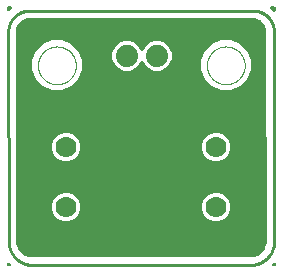
<source format=gtl>
G04 EAGLE Gerber RS-274X export*
G75*
%MOMM*%
%FSLAX34Y34*%
%LPD*%
%INTop Layer*%
%IPPOS*%
%AMOC8*
5,1,8,0,0,1.08239X$1,22.5*%
G01*
%ADD10C,0.000000*%
%ADD11C,0.254000*%
%ADD12C,1.778000*%
%ADD13C,1.879600*%
%ADD14C,0.381000*%
%ADD15C,0.756400*%

G36*
X-92179Y-98649D02*
X-92179Y-98649D01*
X92180Y-98649D01*
X92202Y-98647D01*
X92280Y-98645D01*
X94268Y-98489D01*
X94336Y-98475D01*
X94405Y-98470D01*
X94561Y-98430D01*
X98343Y-97201D01*
X98450Y-97150D01*
X98561Y-97106D01*
X98612Y-97074D01*
X98630Y-97065D01*
X98646Y-97052D01*
X98697Y-97020D01*
X101913Y-94681D01*
X101999Y-94600D01*
X102091Y-94524D01*
X102129Y-94477D01*
X102144Y-94463D01*
X102155Y-94446D01*
X102193Y-94400D01*
X104528Y-91181D01*
X104585Y-91077D01*
X104649Y-90976D01*
X104671Y-90920D01*
X104681Y-90902D01*
X104686Y-90882D01*
X104708Y-90827D01*
X105933Y-87043D01*
X105946Y-86975D01*
X105969Y-86910D01*
X105991Y-86750D01*
X106145Y-84762D01*
X106144Y-84740D01*
X106149Y-84662D01*
X106149Y-84592D01*
X105919Y92494D01*
X105918Y92494D01*
X105919Y92494D01*
X105918Y92571D01*
X105916Y92591D01*
X105912Y92695D01*
X105715Y94675D01*
X105691Y94778D01*
X105676Y94884D01*
X105648Y94964D01*
X105644Y94985D01*
X105636Y94999D01*
X105624Y95036D01*
X104104Y98693D01*
X104100Y98701D01*
X104097Y98710D01*
X104020Y98840D01*
X103946Y98970D01*
X103940Y98976D01*
X103935Y98984D01*
X103829Y99105D01*
X101026Y101903D01*
X101019Y101909D01*
X101014Y101916D01*
X100893Y102007D01*
X100775Y102098D01*
X100767Y102101D01*
X100759Y102107D01*
X100615Y102178D01*
X96955Y103692D01*
X96853Y103720D01*
X96753Y103757D01*
X96669Y103770D01*
X96648Y103776D01*
X96633Y103776D01*
X96594Y103782D01*
X94614Y103977D01*
X94594Y103977D01*
X94490Y103983D01*
X94473Y103983D01*
X92975Y103983D01*
X92974Y103983D01*
X-94951Y103983D01*
X-94972Y103981D01*
X-95050Y103979D01*
X-96641Y103854D01*
X-96709Y103840D01*
X-96778Y103836D01*
X-96934Y103796D01*
X-99959Y102812D01*
X-100067Y102761D01*
X-100177Y102718D01*
X-100229Y102685D01*
X-100247Y102676D01*
X-100263Y102664D01*
X-100313Y102631D01*
X-102886Y100760D01*
X-102973Y100679D01*
X-103064Y100603D01*
X-103103Y100556D01*
X-103118Y100542D01*
X-103129Y100525D01*
X-103167Y100479D01*
X-105035Y97904D01*
X-105092Y97800D01*
X-105156Y97699D01*
X-105178Y97643D01*
X-105188Y97625D01*
X-105193Y97605D01*
X-105215Y97550D01*
X-106195Y94523D01*
X-106208Y94455D01*
X-106230Y94389D01*
X-106253Y94230D01*
X-106376Y92639D01*
X-106375Y92617D01*
X-106380Y92540D01*
X-106151Y-83179D01*
X-106151Y-83180D01*
X-106149Y-84695D01*
X-106146Y-84716D01*
X-106145Y-84794D01*
X-105987Y-86779D01*
X-105973Y-86847D01*
X-105968Y-86916D01*
X-105928Y-87072D01*
X-104698Y-90847D01*
X-104647Y-90954D01*
X-104604Y-91064D01*
X-104571Y-91116D01*
X-104562Y-91135D01*
X-104549Y-91150D01*
X-104517Y-91200D01*
X-102181Y-94411D01*
X-102100Y-94498D01*
X-102024Y-94589D01*
X-101977Y-94628D01*
X-101963Y-94643D01*
X-101946Y-94654D01*
X-101900Y-94692D01*
X-98687Y-97024D01*
X-98583Y-97081D01*
X-98483Y-97145D01*
X-98426Y-97168D01*
X-98408Y-97177D01*
X-98389Y-97182D01*
X-98333Y-97204D01*
X-94557Y-98431D01*
X-94489Y-98444D01*
X-94424Y-98466D01*
X-94264Y-98489D01*
X-92279Y-98645D01*
X-92257Y-98644D01*
X-92179Y-98649D01*
G37*
%LPC*%
G36*
X67307Y42919D02*
X67307Y42919D01*
X59559Y46129D01*
X53629Y52059D01*
X50419Y59807D01*
X50419Y68193D01*
X53629Y75941D01*
X59559Y81871D01*
X67307Y85081D01*
X75693Y85081D01*
X83441Y81871D01*
X89371Y75941D01*
X92581Y68193D01*
X92581Y59807D01*
X89371Y52059D01*
X83441Y46129D01*
X75693Y42919D01*
X67307Y42919D01*
G37*
%LPD*%
%LPC*%
G36*
X-75693Y42919D02*
X-75693Y42919D01*
X-83441Y46129D01*
X-89371Y52059D01*
X-92581Y59807D01*
X-92581Y68193D01*
X-89371Y75941D01*
X-83441Y81871D01*
X-75693Y85081D01*
X-67307Y85081D01*
X-59559Y81871D01*
X-53629Y75941D01*
X-50419Y68193D01*
X-50419Y59807D01*
X-53629Y52059D01*
X-59559Y46129D01*
X-67307Y42919D01*
X-75693Y42919D01*
G37*
%LPD*%
%LPC*%
G36*
X-14636Y59573D02*
X-14636Y59573D01*
X-19210Y61468D01*
X-22712Y64970D01*
X-24607Y69544D01*
X-24607Y74496D01*
X-22712Y79070D01*
X-19210Y82572D01*
X-14636Y84467D01*
X-9684Y84467D01*
X-5110Y82572D01*
X-1608Y79071D01*
X-633Y76715D01*
X-564Y76595D01*
X-499Y76472D01*
X-485Y76457D01*
X-475Y76439D01*
X-379Y76339D01*
X-285Y76236D01*
X-268Y76225D01*
X-254Y76211D01*
X-135Y76138D01*
X-19Y76062D01*
X0Y76055D01*
X17Y76044D01*
X150Y76003D01*
X282Y75958D01*
X302Y75957D01*
X321Y75951D01*
X460Y75944D01*
X599Y75933D01*
X619Y75937D01*
X639Y75936D01*
X775Y75964D01*
X912Y75988D01*
X931Y75996D01*
X950Y76000D01*
X1075Y76061D01*
X1202Y76118D01*
X1218Y76131D01*
X1236Y76140D01*
X1342Y76230D01*
X1450Y76317D01*
X1463Y76333D01*
X1478Y76346D01*
X1558Y76459D01*
X1642Y76571D01*
X1654Y76596D01*
X1661Y76606D01*
X1668Y76625D01*
X1713Y76715D01*
X2688Y79070D01*
X6190Y82572D01*
X10764Y84467D01*
X15716Y84467D01*
X20290Y82572D01*
X23792Y79070D01*
X25687Y74496D01*
X25687Y69544D01*
X23792Y64970D01*
X20290Y61468D01*
X15716Y59573D01*
X10764Y59573D01*
X6190Y61468D01*
X2688Y64970D01*
X1713Y67325D01*
X1644Y67446D01*
X1579Y67568D01*
X1565Y67583D01*
X1555Y67601D01*
X1458Y67701D01*
X1365Y67804D01*
X1348Y67815D01*
X1334Y67829D01*
X1215Y67902D01*
X1099Y67978D01*
X1080Y67985D01*
X1063Y67996D01*
X930Y68037D01*
X798Y68082D01*
X778Y68083D01*
X759Y68089D01*
X620Y68096D01*
X481Y68107D01*
X461Y68103D01*
X441Y68104D01*
X305Y68076D01*
X168Y68052D01*
X149Y68044D01*
X130Y68040D01*
X5Y67979D01*
X-122Y67922D01*
X-138Y67909D01*
X-156Y67900D01*
X-262Y67810D01*
X-371Y67723D01*
X-383Y67707D01*
X-398Y67694D01*
X-479Y67580D01*
X-562Y67469D01*
X-574Y67444D01*
X-581Y67434D01*
X-589Y67415D01*
X-633Y67325D01*
X-1608Y64969D01*
X-5110Y61468D01*
X-9684Y59573D01*
X-14636Y59573D01*
G37*
%LPD*%
%LPC*%
G36*
X61125Y-67639D02*
X61125Y-67639D01*
X56737Y-65821D01*
X53379Y-62463D01*
X51561Y-58075D01*
X51561Y-53325D01*
X53379Y-48937D01*
X56737Y-45579D01*
X61125Y-43761D01*
X65875Y-43761D01*
X70263Y-45579D01*
X73621Y-48937D01*
X75439Y-53325D01*
X75439Y-58075D01*
X73621Y-62463D01*
X70263Y-65821D01*
X65875Y-67639D01*
X61125Y-67639D01*
G37*
%LPD*%
%LPC*%
G36*
X-65875Y-67639D02*
X-65875Y-67639D01*
X-70263Y-65821D01*
X-73621Y-62463D01*
X-75439Y-58075D01*
X-75439Y-53325D01*
X-73621Y-48937D01*
X-70263Y-45579D01*
X-65875Y-43761D01*
X-61125Y-43761D01*
X-56737Y-45579D01*
X-53379Y-48937D01*
X-51561Y-53325D01*
X-51561Y-58075D01*
X-53379Y-62463D01*
X-56737Y-65821D01*
X-61125Y-67639D01*
X-65875Y-67639D01*
G37*
%LPD*%
%LPC*%
G36*
X-65875Y-16839D02*
X-65875Y-16839D01*
X-70263Y-15021D01*
X-73621Y-11663D01*
X-75439Y-7275D01*
X-75439Y-2525D01*
X-73621Y1863D01*
X-70263Y5221D01*
X-65875Y7039D01*
X-61125Y7039D01*
X-56737Y5221D01*
X-53379Y1863D01*
X-51561Y-2525D01*
X-51561Y-7275D01*
X-53379Y-11663D01*
X-56737Y-15021D01*
X-61125Y-16839D01*
X-65875Y-16839D01*
G37*
%LPD*%
%LPC*%
G36*
X61125Y-16839D02*
X61125Y-16839D01*
X56737Y-15021D01*
X53379Y-11663D01*
X51561Y-7275D01*
X51561Y-2525D01*
X53379Y1863D01*
X56737Y5221D01*
X61125Y7039D01*
X65875Y7039D01*
X70263Y5221D01*
X73621Y1863D01*
X75439Y-2525D01*
X75439Y-7275D01*
X73621Y-11663D01*
X70263Y-15021D01*
X65875Y-16839D01*
X61125Y-16839D01*
G37*
%LPD*%
G36*
X112598Y109209D02*
X112598Y109209D01*
X112737Y109218D01*
X112757Y109224D01*
X112777Y109226D01*
X112908Y109273D01*
X113039Y109316D01*
X113057Y109327D01*
X113076Y109334D01*
X113191Y109412D01*
X113308Y109486D01*
X113322Y109501D01*
X113339Y109513D01*
X113431Y109617D01*
X113526Y109718D01*
X113536Y109736D01*
X113550Y109751D01*
X113613Y109875D01*
X113680Y109996D01*
X113685Y110016D01*
X113694Y110035D01*
X113724Y110170D01*
X113759Y110304D01*
X113761Y110333D01*
X113764Y110345D01*
X113763Y110366D01*
X113769Y110465D01*
X113769Y112620D01*
X113754Y112738D01*
X113747Y112857D01*
X113734Y112895D01*
X113729Y112936D01*
X113686Y113046D01*
X113649Y113159D01*
X113627Y113194D01*
X113612Y113231D01*
X113543Y113327D01*
X113479Y113428D01*
X113449Y113456D01*
X113426Y113489D01*
X113334Y113565D01*
X113247Y113646D01*
X113212Y113666D01*
X113181Y113691D01*
X113073Y113742D01*
X112969Y113800D01*
X112929Y113810D01*
X112893Y113827D01*
X112776Y113849D01*
X112661Y113879D01*
X112601Y113883D01*
X112581Y113887D01*
X112560Y113885D01*
X112500Y113889D01*
X110342Y113889D01*
X110203Y113872D01*
X110065Y113859D01*
X110046Y113852D01*
X110026Y113849D01*
X109897Y113798D01*
X109765Y113751D01*
X109749Y113740D01*
X109731Y113732D01*
X109618Y113650D01*
X109502Y113572D01*
X109489Y113557D01*
X109473Y113546D01*
X109384Y113438D01*
X109292Y113333D01*
X109283Y113316D01*
X109270Y113301D01*
X109211Y113175D01*
X109148Y113050D01*
X109143Y113031D01*
X109135Y113013D01*
X109109Y112876D01*
X109078Y112740D01*
X109079Y112720D01*
X109075Y112701D01*
X109084Y112562D01*
X109088Y112422D01*
X109094Y112403D01*
X109095Y112383D01*
X109138Y112251D01*
X109177Y112116D01*
X109187Y112099D01*
X109193Y112081D01*
X109267Y111963D01*
X109338Y111843D01*
X109357Y111822D01*
X109363Y111812D01*
X109378Y111798D01*
X109445Y111722D01*
X111603Y109567D01*
X111712Y109482D01*
X111819Y109393D01*
X111838Y109385D01*
X111855Y109372D01*
X111982Y109317D01*
X112107Y109258D01*
X112127Y109254D01*
X112147Y109246D01*
X112284Y109224D01*
X112420Y109198D01*
X112440Y109199D01*
X112461Y109196D01*
X112598Y109209D01*
G37*
G36*
X-112382Y109943D02*
X-112382Y109943D01*
X-112263Y109951D01*
X-112225Y109963D01*
X-112185Y109968D01*
X-112074Y110012D01*
X-111961Y110049D01*
X-111927Y110070D01*
X-111889Y110085D01*
X-111753Y110171D01*
X-109798Y111594D01*
X-109740Y111648D01*
X-109676Y111694D01*
X-109625Y111756D01*
X-109566Y111811D01*
X-109524Y111878D01*
X-109473Y111939D01*
X-109439Y112012D01*
X-109396Y112080D01*
X-109371Y112156D01*
X-109338Y112227D01*
X-109323Y112306D01*
X-109298Y112382D01*
X-109293Y112462D01*
X-109278Y112540D01*
X-109283Y112620D01*
X-109278Y112700D01*
X-109293Y112778D01*
X-109298Y112857D01*
X-109322Y112933D01*
X-109338Y113012D01*
X-109371Y113084D01*
X-109396Y113159D01*
X-109439Y113227D01*
X-109473Y113300D01*
X-109523Y113361D01*
X-109566Y113428D01*
X-109624Y113483D01*
X-109676Y113545D01*
X-109740Y113592D01*
X-109798Y113646D01*
X-109868Y113685D01*
X-109933Y113732D01*
X-110007Y113761D01*
X-110076Y113800D01*
X-110154Y113820D01*
X-110228Y113849D01*
X-110307Y113859D01*
X-110384Y113879D01*
X-110543Y113889D01*
X-110544Y113889D01*
X-110545Y113889D01*
X-112500Y113889D01*
X-112618Y113874D01*
X-112737Y113867D01*
X-112775Y113854D01*
X-112816Y113849D01*
X-112926Y113806D01*
X-113039Y113769D01*
X-113074Y113747D01*
X-113111Y113732D01*
X-113207Y113663D01*
X-113308Y113599D01*
X-113336Y113569D01*
X-113369Y113546D01*
X-113445Y113454D01*
X-113526Y113367D01*
X-113546Y113332D01*
X-113571Y113301D01*
X-113622Y113193D01*
X-113680Y113089D01*
X-113690Y113049D01*
X-113707Y113013D01*
X-113729Y112896D01*
X-113759Y112781D01*
X-113763Y112721D01*
X-113767Y112701D01*
X-113765Y112680D01*
X-113769Y112620D01*
X-113769Y111198D01*
X-113764Y111158D01*
X-113767Y111118D01*
X-113744Y111001D01*
X-113729Y110882D01*
X-113715Y110845D01*
X-113707Y110806D01*
X-113656Y110698D01*
X-113612Y110587D01*
X-113589Y110554D01*
X-113572Y110518D01*
X-113496Y110426D01*
X-113426Y110329D01*
X-113395Y110304D01*
X-113369Y110273D01*
X-113273Y110203D01*
X-113181Y110126D01*
X-113144Y110109D01*
X-113112Y110086D01*
X-113001Y110042D01*
X-112893Y109991D01*
X-112854Y109983D01*
X-112816Y109969D01*
X-112697Y109954D01*
X-112581Y109931D01*
X-112541Y109934D01*
X-112501Y109929D01*
X-112382Y109943D01*
G37*
G36*
X112645Y-106254D02*
X112645Y-106254D01*
X112765Y-106247D01*
X112803Y-106234D01*
X112842Y-106229D01*
X112954Y-106185D01*
X113067Y-106148D01*
X113101Y-106127D01*
X113138Y-106112D01*
X113235Y-106042D01*
X113336Y-105978D01*
X113363Y-105949D01*
X113395Y-105926D01*
X113472Y-105833D01*
X113554Y-105746D01*
X113573Y-105711D01*
X113598Y-105681D01*
X113649Y-105572D01*
X113707Y-105467D01*
X113717Y-105429D01*
X113733Y-105393D01*
X113756Y-105275D01*
X113786Y-105159D01*
X113789Y-105100D01*
X113793Y-105081D01*
X113792Y-105060D01*
X113796Y-104998D01*
X113795Y-104215D01*
X113785Y-104136D01*
X113785Y-104057D01*
X113765Y-103979D01*
X113754Y-103899D01*
X113725Y-103825D01*
X113705Y-103749D01*
X113667Y-103678D01*
X113637Y-103604D01*
X113590Y-103539D01*
X113552Y-103470D01*
X113497Y-103412D01*
X113450Y-103346D01*
X113389Y-103296D01*
X113334Y-103238D01*
X113267Y-103195D01*
X113205Y-103144D01*
X113133Y-103110D01*
X113066Y-103068D01*
X112990Y-103043D01*
X112917Y-103009D01*
X112839Y-102994D01*
X112763Y-102969D01*
X112683Y-102964D01*
X112604Y-102949D01*
X112525Y-102954D01*
X112446Y-102949D01*
X112367Y-102964D01*
X112287Y-102970D01*
X112212Y-102994D01*
X112134Y-103009D01*
X112061Y-103043D01*
X111984Y-103068D01*
X111918Y-103111D01*
X111846Y-103144D01*
X111784Y-103195D01*
X111716Y-103239D01*
X111662Y-103296D01*
X111601Y-103347D01*
X111499Y-103470D01*
X111498Y-103470D01*
X111498Y-103471D01*
X111456Y-103529D01*
X111287Y-103762D01*
X110996Y-103974D01*
X110939Y-104028D01*
X110874Y-104074D01*
X110823Y-104136D01*
X110765Y-104191D01*
X110722Y-104258D01*
X110672Y-104319D01*
X110637Y-104392D01*
X110594Y-104460D01*
X110570Y-104536D01*
X110536Y-104607D01*
X110521Y-104686D01*
X110496Y-104762D01*
X110491Y-104842D01*
X110476Y-104920D01*
X110481Y-105000D01*
X110476Y-105080D01*
X110491Y-105158D01*
X110496Y-105237D01*
X110521Y-105313D01*
X110536Y-105392D01*
X110570Y-105464D01*
X110594Y-105539D01*
X110637Y-105607D01*
X110671Y-105680D01*
X110722Y-105741D01*
X110764Y-105808D01*
X110823Y-105863D01*
X110874Y-105925D01*
X110938Y-105972D01*
X110996Y-106026D01*
X111066Y-106065D01*
X111131Y-106112D01*
X111205Y-106141D01*
X111274Y-106180D01*
X111352Y-106200D01*
X111427Y-106229D01*
X111505Y-106239D01*
X111582Y-106259D01*
X111742Y-106269D01*
X111743Y-106269D01*
X112526Y-106269D01*
X112645Y-106254D01*
G37*
G36*
X-111668Y-106259D02*
X-111668Y-106259D01*
X-111588Y-106259D01*
X-111511Y-106239D01*
X-111432Y-106229D01*
X-111358Y-106200D01*
X-111280Y-106180D01*
X-111210Y-106142D01*
X-111136Y-106112D01*
X-111072Y-106065D01*
X-111002Y-106027D01*
X-110944Y-105972D01*
X-110879Y-105926D01*
X-110828Y-105864D01*
X-110770Y-105809D01*
X-110727Y-105742D01*
X-110676Y-105681D01*
X-110642Y-105608D01*
X-110599Y-105541D01*
X-110575Y-105465D01*
X-110541Y-105393D01*
X-110526Y-105314D01*
X-110501Y-105238D01*
X-110496Y-105159D01*
X-110481Y-105081D01*
X-110486Y-105001D01*
X-110481Y-104921D01*
X-110496Y-104843D01*
X-110501Y-104763D01*
X-110525Y-104687D01*
X-110540Y-104609D01*
X-110574Y-104536D01*
X-110599Y-104461D01*
X-110641Y-104393D01*
X-110675Y-104321D01*
X-110726Y-104259D01*
X-110769Y-104192D01*
X-110827Y-104137D01*
X-110878Y-104076D01*
X-110999Y-103975D01*
X-111000Y-103974D01*
X-111001Y-103974D01*
X-111002Y-103973D01*
X-111263Y-103784D01*
X-111474Y-103494D01*
X-111528Y-103436D01*
X-111574Y-103372D01*
X-111636Y-103321D01*
X-111692Y-103262D01*
X-111758Y-103219D01*
X-111819Y-103169D01*
X-111892Y-103135D01*
X-111960Y-103092D01*
X-112036Y-103067D01*
X-112107Y-103033D01*
X-112186Y-103018D01*
X-112263Y-102993D01*
X-112342Y-102989D01*
X-112420Y-102974D01*
X-112500Y-102979D01*
X-112580Y-102974D01*
X-112658Y-102989D01*
X-112737Y-102993D01*
X-112813Y-103018D01*
X-112892Y-103033D01*
X-112964Y-103067D01*
X-113039Y-103091D01*
X-113107Y-103134D01*
X-113180Y-103169D01*
X-113241Y-103219D01*
X-113308Y-103262D01*
X-113363Y-103320D01*
X-113425Y-103371D01*
X-113472Y-103436D01*
X-113526Y-103493D01*
X-113565Y-103564D01*
X-113612Y-103629D01*
X-113641Y-103702D01*
X-113680Y-103772D01*
X-113700Y-103850D01*
X-113729Y-103924D01*
X-113739Y-104003D01*
X-113759Y-104080D01*
X-113769Y-104239D01*
X-113769Y-104240D01*
X-113769Y-105000D01*
X-113754Y-105118D01*
X-113747Y-105237D01*
X-113734Y-105275D01*
X-113729Y-105316D01*
X-113686Y-105426D01*
X-113649Y-105539D01*
X-113627Y-105574D01*
X-113612Y-105611D01*
X-113543Y-105707D01*
X-113479Y-105808D01*
X-113449Y-105836D01*
X-113426Y-105869D01*
X-113334Y-105945D01*
X-113247Y-106026D01*
X-113212Y-106046D01*
X-113181Y-106071D01*
X-113073Y-106122D01*
X-112969Y-106180D01*
X-112929Y-106190D01*
X-112893Y-106207D01*
X-112776Y-106229D01*
X-112661Y-106259D01*
X-112601Y-106263D01*
X-112581Y-106267D01*
X-112560Y-106265D01*
X-112559Y-106266D01*
X-112552Y-106267D01*
X-112545Y-106266D01*
X-112500Y-106269D01*
X-111748Y-106269D01*
X-111668Y-106259D01*
G37*
D10*
X-87500Y64000D02*
X-87495Y64393D01*
X-87481Y64785D01*
X-87457Y65177D01*
X-87423Y65568D01*
X-87380Y65959D01*
X-87327Y66348D01*
X-87264Y66735D01*
X-87193Y67121D01*
X-87111Y67506D01*
X-87021Y67888D01*
X-86920Y68267D01*
X-86811Y68645D01*
X-86692Y69019D01*
X-86565Y69390D01*
X-86428Y69758D01*
X-86282Y70123D01*
X-86127Y70484D01*
X-85964Y70841D01*
X-85792Y71194D01*
X-85611Y71542D01*
X-85421Y71886D01*
X-85224Y72226D01*
X-85018Y72560D01*
X-84804Y72889D01*
X-84581Y73213D01*
X-84351Y73531D01*
X-84114Y73844D01*
X-83868Y74150D01*
X-83615Y74451D01*
X-83355Y74745D01*
X-83088Y75033D01*
X-82814Y75314D01*
X-82533Y75588D01*
X-82245Y75855D01*
X-81951Y76115D01*
X-81650Y76368D01*
X-81344Y76614D01*
X-81031Y76851D01*
X-80713Y77081D01*
X-80389Y77304D01*
X-80060Y77518D01*
X-79726Y77724D01*
X-79386Y77921D01*
X-79042Y78111D01*
X-78694Y78292D01*
X-78341Y78464D01*
X-77984Y78627D01*
X-77623Y78782D01*
X-77258Y78928D01*
X-76890Y79065D01*
X-76519Y79192D01*
X-76145Y79311D01*
X-75767Y79420D01*
X-75388Y79521D01*
X-75006Y79611D01*
X-74621Y79693D01*
X-74235Y79764D01*
X-73848Y79827D01*
X-73459Y79880D01*
X-73068Y79923D01*
X-72677Y79957D01*
X-72285Y79981D01*
X-71893Y79995D01*
X-71500Y80000D01*
X-71107Y79995D01*
X-70715Y79981D01*
X-70323Y79957D01*
X-69932Y79923D01*
X-69541Y79880D01*
X-69152Y79827D01*
X-68765Y79764D01*
X-68379Y79693D01*
X-67994Y79611D01*
X-67612Y79521D01*
X-67233Y79420D01*
X-66855Y79311D01*
X-66481Y79192D01*
X-66110Y79065D01*
X-65742Y78928D01*
X-65377Y78782D01*
X-65016Y78627D01*
X-64659Y78464D01*
X-64306Y78292D01*
X-63958Y78111D01*
X-63614Y77921D01*
X-63274Y77724D01*
X-62940Y77518D01*
X-62611Y77304D01*
X-62287Y77081D01*
X-61969Y76851D01*
X-61656Y76614D01*
X-61350Y76368D01*
X-61049Y76115D01*
X-60755Y75855D01*
X-60467Y75588D01*
X-60186Y75314D01*
X-59912Y75033D01*
X-59645Y74745D01*
X-59385Y74451D01*
X-59132Y74150D01*
X-58886Y73844D01*
X-58649Y73531D01*
X-58419Y73213D01*
X-58196Y72889D01*
X-57982Y72560D01*
X-57776Y72226D01*
X-57579Y71886D01*
X-57389Y71542D01*
X-57208Y71194D01*
X-57036Y70841D01*
X-56873Y70484D01*
X-56718Y70123D01*
X-56572Y69758D01*
X-56435Y69390D01*
X-56308Y69019D01*
X-56189Y68645D01*
X-56080Y68267D01*
X-55979Y67888D01*
X-55889Y67506D01*
X-55807Y67121D01*
X-55736Y66735D01*
X-55673Y66348D01*
X-55620Y65959D01*
X-55577Y65568D01*
X-55543Y65177D01*
X-55519Y64785D01*
X-55505Y64393D01*
X-55500Y64000D01*
X-55505Y63607D01*
X-55519Y63215D01*
X-55543Y62823D01*
X-55577Y62432D01*
X-55620Y62041D01*
X-55673Y61652D01*
X-55736Y61265D01*
X-55807Y60879D01*
X-55889Y60494D01*
X-55979Y60112D01*
X-56080Y59733D01*
X-56189Y59355D01*
X-56308Y58981D01*
X-56435Y58610D01*
X-56572Y58242D01*
X-56718Y57877D01*
X-56873Y57516D01*
X-57036Y57159D01*
X-57208Y56806D01*
X-57389Y56458D01*
X-57579Y56114D01*
X-57776Y55774D01*
X-57982Y55440D01*
X-58196Y55111D01*
X-58419Y54787D01*
X-58649Y54469D01*
X-58886Y54156D01*
X-59132Y53850D01*
X-59385Y53549D01*
X-59645Y53255D01*
X-59912Y52967D01*
X-60186Y52686D01*
X-60467Y52412D01*
X-60755Y52145D01*
X-61049Y51885D01*
X-61350Y51632D01*
X-61656Y51386D01*
X-61969Y51149D01*
X-62287Y50919D01*
X-62611Y50696D01*
X-62940Y50482D01*
X-63274Y50276D01*
X-63614Y50079D01*
X-63958Y49889D01*
X-64306Y49708D01*
X-64659Y49536D01*
X-65016Y49373D01*
X-65377Y49218D01*
X-65742Y49072D01*
X-66110Y48935D01*
X-66481Y48808D01*
X-66855Y48689D01*
X-67233Y48580D01*
X-67612Y48479D01*
X-67994Y48389D01*
X-68379Y48307D01*
X-68765Y48236D01*
X-69152Y48173D01*
X-69541Y48120D01*
X-69932Y48077D01*
X-70323Y48043D01*
X-70715Y48019D01*
X-71107Y48005D01*
X-71500Y48000D01*
X-71893Y48005D01*
X-72285Y48019D01*
X-72677Y48043D01*
X-73068Y48077D01*
X-73459Y48120D01*
X-73848Y48173D01*
X-74235Y48236D01*
X-74621Y48307D01*
X-75006Y48389D01*
X-75388Y48479D01*
X-75767Y48580D01*
X-76145Y48689D01*
X-76519Y48808D01*
X-76890Y48935D01*
X-77258Y49072D01*
X-77623Y49218D01*
X-77984Y49373D01*
X-78341Y49536D01*
X-78694Y49708D01*
X-79042Y49889D01*
X-79386Y50079D01*
X-79726Y50276D01*
X-80060Y50482D01*
X-80389Y50696D01*
X-80713Y50919D01*
X-81031Y51149D01*
X-81344Y51386D01*
X-81650Y51632D01*
X-81951Y51885D01*
X-82245Y52145D01*
X-82533Y52412D01*
X-82814Y52686D01*
X-83088Y52967D01*
X-83355Y53255D01*
X-83615Y53549D01*
X-83868Y53850D01*
X-84114Y54156D01*
X-84351Y54469D01*
X-84581Y54787D01*
X-84804Y55111D01*
X-85018Y55440D01*
X-85224Y55774D01*
X-85421Y56114D01*
X-85611Y56458D01*
X-85792Y56806D01*
X-85964Y57159D01*
X-86127Y57516D01*
X-86282Y57877D01*
X-86428Y58242D01*
X-86565Y58610D01*
X-86692Y58981D01*
X-86811Y59355D01*
X-86920Y59733D01*
X-87021Y60112D01*
X-87111Y60494D01*
X-87193Y60879D01*
X-87264Y61265D01*
X-87327Y61652D01*
X-87380Y62041D01*
X-87423Y62432D01*
X-87457Y62823D01*
X-87481Y63215D01*
X-87495Y63607D01*
X-87500Y64000D01*
X55500Y64000D02*
X55505Y64393D01*
X55519Y64785D01*
X55543Y65177D01*
X55577Y65568D01*
X55620Y65959D01*
X55673Y66348D01*
X55736Y66735D01*
X55807Y67121D01*
X55889Y67506D01*
X55979Y67888D01*
X56080Y68267D01*
X56189Y68645D01*
X56308Y69019D01*
X56435Y69390D01*
X56572Y69758D01*
X56718Y70123D01*
X56873Y70484D01*
X57036Y70841D01*
X57208Y71194D01*
X57389Y71542D01*
X57579Y71886D01*
X57776Y72226D01*
X57982Y72560D01*
X58196Y72889D01*
X58419Y73213D01*
X58649Y73531D01*
X58886Y73844D01*
X59132Y74150D01*
X59385Y74451D01*
X59645Y74745D01*
X59912Y75033D01*
X60186Y75314D01*
X60467Y75588D01*
X60755Y75855D01*
X61049Y76115D01*
X61350Y76368D01*
X61656Y76614D01*
X61969Y76851D01*
X62287Y77081D01*
X62611Y77304D01*
X62940Y77518D01*
X63274Y77724D01*
X63614Y77921D01*
X63958Y78111D01*
X64306Y78292D01*
X64659Y78464D01*
X65016Y78627D01*
X65377Y78782D01*
X65742Y78928D01*
X66110Y79065D01*
X66481Y79192D01*
X66855Y79311D01*
X67233Y79420D01*
X67612Y79521D01*
X67994Y79611D01*
X68379Y79693D01*
X68765Y79764D01*
X69152Y79827D01*
X69541Y79880D01*
X69932Y79923D01*
X70323Y79957D01*
X70715Y79981D01*
X71107Y79995D01*
X71500Y80000D01*
X71893Y79995D01*
X72285Y79981D01*
X72677Y79957D01*
X73068Y79923D01*
X73459Y79880D01*
X73848Y79827D01*
X74235Y79764D01*
X74621Y79693D01*
X75006Y79611D01*
X75388Y79521D01*
X75767Y79420D01*
X76145Y79311D01*
X76519Y79192D01*
X76890Y79065D01*
X77258Y78928D01*
X77623Y78782D01*
X77984Y78627D01*
X78341Y78464D01*
X78694Y78292D01*
X79042Y78111D01*
X79386Y77921D01*
X79726Y77724D01*
X80060Y77518D01*
X80389Y77304D01*
X80713Y77081D01*
X81031Y76851D01*
X81344Y76614D01*
X81650Y76368D01*
X81951Y76115D01*
X82245Y75855D01*
X82533Y75588D01*
X82814Y75314D01*
X83088Y75033D01*
X83355Y74745D01*
X83615Y74451D01*
X83868Y74150D01*
X84114Y73844D01*
X84351Y73531D01*
X84581Y73213D01*
X84804Y72889D01*
X85018Y72560D01*
X85224Y72226D01*
X85421Y71886D01*
X85611Y71542D01*
X85792Y71194D01*
X85964Y70841D01*
X86127Y70484D01*
X86282Y70123D01*
X86428Y69758D01*
X86565Y69390D01*
X86692Y69019D01*
X86811Y68645D01*
X86920Y68267D01*
X87021Y67888D01*
X87111Y67506D01*
X87193Y67121D01*
X87264Y66735D01*
X87327Y66348D01*
X87380Y65959D01*
X87423Y65568D01*
X87457Y65177D01*
X87481Y64785D01*
X87495Y64393D01*
X87500Y64000D01*
X87495Y63607D01*
X87481Y63215D01*
X87457Y62823D01*
X87423Y62432D01*
X87380Y62041D01*
X87327Y61652D01*
X87264Y61265D01*
X87193Y60879D01*
X87111Y60494D01*
X87021Y60112D01*
X86920Y59733D01*
X86811Y59355D01*
X86692Y58981D01*
X86565Y58610D01*
X86428Y58242D01*
X86282Y57877D01*
X86127Y57516D01*
X85964Y57159D01*
X85792Y56806D01*
X85611Y56458D01*
X85421Y56114D01*
X85224Y55774D01*
X85018Y55440D01*
X84804Y55111D01*
X84581Y54787D01*
X84351Y54469D01*
X84114Y54156D01*
X83868Y53850D01*
X83615Y53549D01*
X83355Y53255D01*
X83088Y52967D01*
X82814Y52686D01*
X82533Y52412D01*
X82245Y52145D01*
X81951Y51885D01*
X81650Y51632D01*
X81344Y51386D01*
X81031Y51149D01*
X80713Y50919D01*
X80389Y50696D01*
X80060Y50482D01*
X79726Y50276D01*
X79386Y50079D01*
X79042Y49889D01*
X78694Y49708D01*
X78341Y49536D01*
X77984Y49373D01*
X77623Y49218D01*
X77258Y49072D01*
X76890Y48935D01*
X76519Y48808D01*
X76145Y48689D01*
X75767Y48580D01*
X75388Y48479D01*
X75006Y48389D01*
X74621Y48307D01*
X74235Y48236D01*
X73848Y48173D01*
X73459Y48120D01*
X73068Y48077D01*
X72677Y48043D01*
X72285Y48019D01*
X71893Y48005D01*
X71500Y48000D01*
X71107Y48005D01*
X70715Y48019D01*
X70323Y48043D01*
X69932Y48077D01*
X69541Y48120D01*
X69152Y48173D01*
X68765Y48236D01*
X68379Y48307D01*
X67994Y48389D01*
X67612Y48479D01*
X67233Y48580D01*
X66855Y48689D01*
X66481Y48808D01*
X66110Y48935D01*
X65742Y49072D01*
X65377Y49218D01*
X65016Y49373D01*
X64659Y49536D01*
X64306Y49708D01*
X63958Y49889D01*
X63614Y50079D01*
X63274Y50276D01*
X62940Y50482D01*
X62611Y50696D01*
X62287Y50919D01*
X61969Y51149D01*
X61656Y51386D01*
X61350Y51632D01*
X61049Y51885D01*
X60755Y52145D01*
X60467Y52412D01*
X60186Y52686D01*
X59912Y52967D01*
X59645Y53255D01*
X59385Y53549D01*
X59132Y53850D01*
X58886Y54156D01*
X58649Y54469D01*
X58419Y54787D01*
X58196Y55111D01*
X57982Y55440D01*
X57776Y55774D01*
X57579Y56114D01*
X57389Y56458D01*
X57208Y56806D01*
X57036Y57159D01*
X56873Y57516D01*
X56718Y57877D01*
X56572Y58242D01*
X56435Y58610D01*
X56308Y58981D01*
X56189Y59355D01*
X56080Y59733D01*
X55979Y60112D01*
X55889Y60494D01*
X55807Y60879D01*
X55736Y61265D01*
X55673Y61652D01*
X55620Y62041D01*
X55577Y62432D01*
X55543Y62823D01*
X55519Y63215D01*
X55505Y63607D01*
X55500Y64000D01*
D11*
X112269Y92579D02*
X112500Y-84654D01*
X112269Y92579D02*
X112263Y93015D01*
X112246Y93451D01*
X112219Y93886D01*
X112181Y94320D01*
X112133Y94754D01*
X112073Y95186D01*
X112004Y95616D01*
X111923Y96045D01*
X111832Y96471D01*
X111731Y96895D01*
X111620Y97316D01*
X111498Y97735D01*
X111366Y98151D01*
X111223Y98563D01*
X111071Y98971D01*
X110909Y99376D01*
X110736Y99776D01*
X110554Y100173D01*
X110363Y100564D01*
X110162Y100951D01*
X109951Y101333D01*
X109731Y101709D01*
X109502Y102080D01*
X109264Y102445D01*
X109017Y102805D01*
X108761Y103158D01*
X108497Y103505D01*
X108224Y103845D01*
X107943Y104178D01*
X107654Y104505D01*
X107357Y104824D01*
X107053Y105136D01*
X106740Y105440D01*
X106421Y105736D01*
X106094Y106025D01*
X105760Y106305D01*
X105420Y106578D01*
X105072Y106842D01*
X104719Y107097D01*
X104359Y107343D01*
X103994Y107581D01*
X103622Y107809D01*
X103246Y108029D01*
X102864Y108239D01*
X102476Y108439D01*
X102085Y108630D01*
X101688Y108812D01*
X101287Y108983D01*
X100882Y109145D01*
X100474Y109297D01*
X100061Y109438D01*
X99646Y109570D01*
X99227Y109691D01*
X98805Y109802D01*
X98381Y109903D01*
X97955Y109993D01*
X97526Y110073D01*
X97095Y110142D01*
X96663Y110201D01*
X96230Y110249D01*
X95796Y110286D01*
X95361Y110313D01*
X94925Y110329D01*
X94489Y110334D01*
X-94951Y110334D01*
X-95381Y110329D01*
X-95811Y110313D01*
X-96240Y110287D01*
X-96668Y110251D01*
X-97096Y110204D01*
X-97522Y110147D01*
X-97947Y110080D01*
X-98370Y110002D01*
X-98791Y109914D01*
X-99209Y109817D01*
X-99626Y109708D01*
X-100039Y109590D01*
X-100450Y109462D01*
X-100857Y109324D01*
X-101261Y109177D01*
X-101661Y109019D01*
X-102057Y108852D01*
X-102449Y108676D01*
X-102837Y108490D01*
X-103220Y108294D01*
X-103598Y108090D01*
X-103971Y107876D01*
X-104339Y107653D01*
X-104702Y107422D01*
X-105058Y107182D01*
X-105409Y106933D01*
X-105754Y106676D01*
X-106092Y106411D01*
X-106424Y106137D01*
X-106749Y105856D01*
X-107067Y105566D01*
X-107378Y105270D01*
X-107682Y104965D01*
X-107979Y104654D01*
X-108268Y104335D01*
X-108549Y104010D01*
X-108822Y103678D01*
X-109087Y103339D01*
X-109343Y102994D01*
X-109592Y102643D01*
X-109831Y102286D01*
X-110062Y101923D01*
X-110284Y101555D01*
X-110498Y101181D01*
X-110702Y100803D01*
X-110897Y100420D01*
X-111082Y100032D01*
X-111258Y99639D01*
X-111425Y99243D01*
X-111582Y98843D01*
X-111729Y98439D01*
X-111866Y98031D01*
X-111994Y97621D01*
X-112111Y97207D01*
X-112219Y96791D01*
X-112316Y96372D01*
X-112404Y95951D01*
X-112481Y95528D01*
X-112547Y95103D01*
X-112604Y94677D01*
X-112650Y94249D01*
X-112686Y93820D01*
X-112711Y93391D01*
X-112726Y92961D01*
X-112731Y92531D01*
X-112500Y-84702D01*
X-112493Y-85201D01*
X-112474Y-85699D01*
X-112443Y-86196D01*
X-112400Y-86692D01*
X-112344Y-87188D01*
X-112277Y-87681D01*
X-112197Y-88173D01*
X-112105Y-88663D01*
X-112002Y-89151D01*
X-111886Y-89635D01*
X-111759Y-90117D01*
X-111619Y-90596D01*
X-111468Y-91071D01*
X-111306Y-91542D01*
X-111132Y-92009D01*
X-110946Y-92471D01*
X-110750Y-92929D01*
X-110542Y-93382D01*
X-110323Y-93830D01*
X-110093Y-94272D01*
X-109852Y-94708D01*
X-109601Y-95139D01*
X-109339Y-95563D01*
X-109067Y-95980D01*
X-108785Y-96391D01*
X-108493Y-96795D01*
X-108191Y-97191D01*
X-107879Y-97580D01*
X-107558Y-97961D01*
X-107228Y-98334D01*
X-106888Y-98699D01*
X-106540Y-99056D01*
X-106183Y-99404D01*
X-105818Y-99743D01*
X-105444Y-100072D01*
X-105063Y-100393D01*
X-104674Y-100704D01*
X-104277Y-101006D01*
X-103873Y-101298D01*
X-103462Y-101579D01*
X-103044Y-101851D01*
X-102620Y-102112D01*
X-102189Y-102363D01*
X-101752Y-102603D01*
X-101310Y-102833D01*
X-100862Y-103051D01*
X-100409Y-103259D01*
X-99951Y-103455D01*
X-99488Y-103640D01*
X-99021Y-103813D01*
X-98550Y-103975D01*
X-98074Y-104126D01*
X-97596Y-104265D01*
X-97114Y-104391D01*
X-96629Y-104507D01*
X-96141Y-104610D01*
X-95652Y-104701D01*
X-95159Y-104780D01*
X-94666Y-104847D01*
X-94170Y-104902D01*
X-93674Y-104945D01*
X-93176Y-104975D01*
X-92678Y-104994D01*
X-92180Y-105000D01*
X92180Y-105000D01*
X92671Y-104994D01*
X93163Y-104976D01*
X93653Y-104947D01*
X94143Y-104905D01*
X94631Y-104852D01*
X95118Y-104786D01*
X95604Y-104709D01*
X96087Y-104621D01*
X96568Y-104521D01*
X97047Y-104409D01*
X97522Y-104285D01*
X97995Y-104150D01*
X98464Y-104004D01*
X98930Y-103846D01*
X99391Y-103677D01*
X99848Y-103497D01*
X100301Y-103307D01*
X100749Y-103105D01*
X101192Y-102892D01*
X101630Y-102669D01*
X102062Y-102435D01*
X102489Y-102191D01*
X102909Y-101936D01*
X103324Y-101672D01*
X103731Y-101397D01*
X104132Y-101113D01*
X104526Y-100819D01*
X104913Y-100516D01*
X105292Y-100203D01*
X105664Y-99882D01*
X106027Y-99551D01*
X106383Y-99212D01*
X106730Y-98864D01*
X107069Y-98508D01*
X107399Y-98144D01*
X107720Y-97772D01*
X108032Y-97393D01*
X108335Y-97006D01*
X108628Y-96611D01*
X108912Y-96210D01*
X109186Y-95802D01*
X109450Y-95388D01*
X109704Y-94967D01*
X109947Y-94540D01*
X110181Y-94107D01*
X110403Y-93669D01*
X110616Y-93226D01*
X110817Y-92778D01*
X111007Y-92325D01*
X111187Y-91867D01*
X111355Y-91405D01*
X111512Y-90940D01*
X111658Y-90470D01*
X111792Y-89998D01*
X111915Y-89522D01*
X112026Y-89043D01*
X112126Y-88562D01*
X112214Y-88078D01*
X112290Y-87593D01*
X112355Y-87106D01*
X112407Y-86617D01*
X112448Y-86127D01*
X112477Y-85637D01*
X112495Y-85146D01*
X112500Y-84654D01*
D12*
X-63500Y-4900D03*
X-63500Y-55700D03*
X63500Y-55700D03*
X63500Y-4900D03*
D13*
X-12160Y72020D03*
X13240Y72020D03*
D14*
X13208Y71988D01*
D15*
X13208Y71988D03*
M02*

</source>
